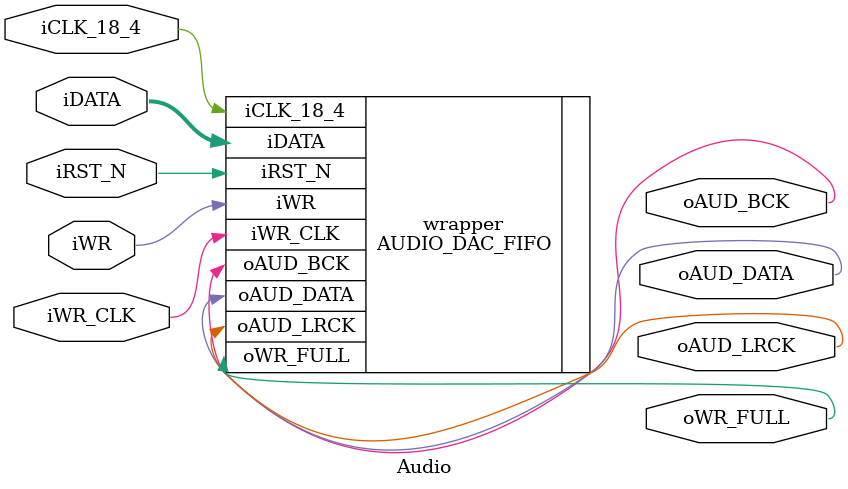
<source format=v>

`timescale 1ns / 1ps
// synthesis translate_on

// turn off superfluous verilog processor warnings 
// altera message_level Level1 
// altera message_off 10034 10035 10036 10037 10230 10240 10030 

module Audio (
                 // inputs:
                  iCLK_18_4,
                  iDATA,
                  iRST_N,
                  iWR,
                  iWR_CLK,

                 // outputs:
                  oAUD_BCK,
                  oAUD_DATA,
                  oAUD_LRCK,
                  oWR_FULL
               )
;

  output           oAUD_BCK;
  output           oAUD_DATA;
  output           oAUD_LRCK;
  output           oWR_FULL;
  input            iCLK_18_4;
  input   [ 15: 0] iDATA;
  input            iRST_N;
  input            iWR;
  input            iWR_CLK;

  wire             oAUD_BCK;
  wire             oAUD_DATA;
  wire             oAUD_LRCK;
  wire             oWR_FULL;
  //wrapper, which is an e_instance
  AUDIO_DAC_FIFO wrapper
    (
      .iCLK_18_4 (iCLK_18_4),
      .iDATA     (iDATA),
      .iRST_N    (iRST_N),
      .iWR       (iWR),
      .iWR_CLK   (iWR_CLK),
      .oAUD_BCK  (oAUD_BCK),
      .oAUD_DATA (oAUD_DATA),
      .oAUD_LRCK (oAUD_LRCK),
      .oWR_FULL  (oWR_FULL)
    );


endmodule


</source>
